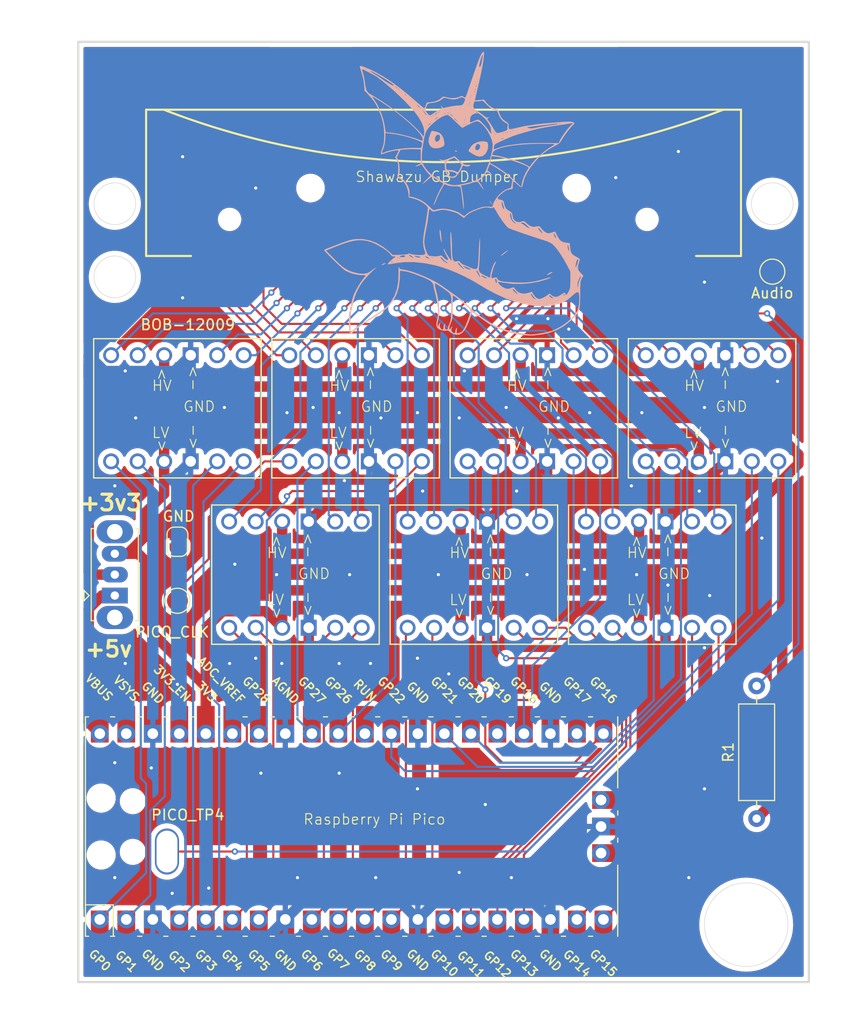
<source format=kicad_pcb>
(kicad_pcb (version 20240108) (generator "pcbnew") (generator_version "8.0")
  (layers (0 "F.Cu" signal) (31 "B.Cu" signal) (34 "B.Paste" user) (35 "F.Paste" user) (36 "B.SilkS" user "B.Silkscreen") (37 "F.SilkS" user "F.Silkscreen") (38 "B.Mask" user) (39 "F.Mask" user) (44 "Edge.Cuts" user))
  (net 0 "")
  (net 1 "D2")
  (net 2 "A9")
  (net 3 "A13")
  (net 4 "~{CS}")
  (net 5 "A3")
  (net 6 "Audio")
  (net 7 "A2")
  (net 8 "A0")
  (net 9 "D5")
  (net 10 "A1")
  (net 11 "A15")
  (net 12 "~{RD}")
  (net 13 "A14")
  (net 14 "D1")
  (net 15 "A6")
  (net 16 "A12")
  (net 17 "A8")
  (net 18 "A4")
  (net 19 "A5")
  (net 20 "A11")
  (net 21 "D7")
  (net 22 "D3")
  (net 23 "D0")
  (net 24 "D4")
  (net 25 "CLK")
  (net 26 "D6")
  (net 27 "PWR")
  (net 28 "~{RST}")
  (net 29 "A10")
  (net 30 "A7")
  (net 31 "GND")
  (net 32 "~{WR}")
  (net 33 "pico_~{CS}")
  (net 34 "+5V")
  (net 35 "+3.3V")
  (net 36 "pico_D7")
  (net 37 "pico_A3")
  (net 38 "pico_A0")
  (net 39 "pico_A2")
  (net 40 "pico_A1")
  (net 41 "pico_~{WR}")
  (net 42 "pico_CLK")
  (net 43 "pico_~{RD}")
  (net 44 "pico_D0")
  (net 45 "pico_D3")
  (net 46 "pico_D2")
  (net 47 "pico_D1")
  (net 48 "pico_D5")
  (net 49 "pico_D6")
  (net 50 "pico_D4")
  (net 51 "pico_A7")
  (net 52 "pico_A6")
  (net 53 "pico_A4")
  (net 54 "pico_A5")
  (net 55 "pico_A9")
  (net 56 "pico_A11")
  (net 57 "pico_A8")
  (net 58 "pico_A10")
  (net 59 "pico_A13")
  (net 60 "pico_A14")
  (net 61 "pico_A15")
  (net 62 "pico_A12")
  (footprint "GB_CART_4holes:GB_CART_4holes" (layer "F.Cu") (at 140 46)
    (property "Reference" "J1" (hide yes))
    (property "Value" "GB_CART" (hide yes))
  )
  (footprint "BOB-12009:CONV_BOB-12009" (layer "F.Cu") (at 114.5 59.58 90)
    (property "Reference" "U1" (hide yes))
    (property "Value" "BOB-12009")
  )
  (footprint "Jumper:SolderJumper-2_P1.3mm_Open_RoundedPad1.0x1.5mm" (layer "F.Cu") (at 114.5 72.35 -90)
    (property "Reference" "JP1" (hide yes))
    (property "Value" "GND_JMP" (hide yes))
  )
  (footprint "BOB-12009:CONV_BOB-12009" (layer "F.Cu") (at 165.73 59.58 90)
    (property "Reference" "U4" (hide yes))
    (property "Value" "BOB-12009" (hide yes))
  )
  (footprint "TestPoint:TestPoint_Plated_Hole_D4.0mm" (layer "F.Cu") (at 113.5 102)
    (property "Reference" "PICO_TP4")
    (property "Value" "PICO_GPIO23" (hide yes))
  )
  (footprint "BOB-12009:CONV_BOB-12009" (layer "F.Cu") (at 148.653332 59.58 90)
    (property "Reference" "U3" (hide yes))
    (property "Value" "BOB-12009" (hide yes))
  )
  (footprint "BOB-12009:CONV_BOB-12009" (layer "F.Cu") (at 131.576666 59.58 90)
    (property "Reference" "U2" (hide yes))
    (property "Value" "BOB-12009" (hide yes))
  )
  (footprint "TestPoint:TestPoint_Pad_D2.0mm" (layer "F.Cu") (at 114.5 78)
    (property "Reference" "TP2" (hide yes))
    (property "Value" "PICO_CLK")
  )
  (footprint "BOB-12009:CONV_BOB-12009" (layer "F.Cu") (at 142.905 75.5 90)
    (property "Reference" "U6" (hide yes))
    (property "Value" "BOB-12009" (hide yes))
  )
  (footprint "MCU_RaspberryPi_and_Boards:RPi_Pico_SMD_TH" (layer "F.Cu") (at 131.19 99.61 90)
    (property "Reference" "U8" (hide yes))
    (property "Value" "Pico")
  )
  (footprint "Resistor_THT:R_Axial_DIN0309_L9.0mm_D3.2mm_P12.70mm_Horizontal" (layer "F.Cu") (at 170 98.85 90)
    (property "Reference" "R1")
    (property "Value" "10K Ω")
  )
  (footprint "Button_Switch_THT:SW_Slide_SPDT_Straight_CK_OS102011MS2Q" (layer "F.Cu") (at 108.5 77.5 90)
    (property "Reference" "SW1" (hide yes))
    (property "Value" "VSEL" (hide yes))
  )
  (footprint "TestPoint:TestPoint_Pad_D2.0mm" (layer "F.Cu") (at 171.5 46.5)
    (property "Reference" "TP3" (hide yes))
    (property "Value" "Audio")
  )
  (footprint "BOB-12009:CONV_BOB-12009" (layer "F.Cu") (at 160 75.5 90)
    (property "Reference" "U7" (hide yes))
    (property "Value" "BOB-12009" (hide yes))
  )
  (footprint "BOB-12009:CONV_BOB-12009" (layer "F.Cu") (at 125.81 75.5 90)
    (property "Reference" "U5" (hide yes))
    (property "Value" "BOB-12009" (hide yes))
  )
  (footprint "LOGO" (layer "B.Cu") (at 141 39 180)
    (property "Reference" "G***" (hide yes))
    (property "Value" "LOGO" (hide yes))
  )
  (gr_circle (center 108.5 40) (end 110.5 40) (stroke (width 0.05)) (fill none) (layer "Edge.Cuts"))
  (gr_line (start 105 114.5) (end 175 114.5) (stroke (width 0.2)) (layer "Edge.Cuts"))
  (gr_line (start 175 24.5) (end 175 114.5) (stroke (width 0.2)) (layer "Edge.Cuts"))
  (gr_circle (center 169 109) (end 173 109) (stroke (width 0.05)) (fill none) (layer "Edge.Cuts"))
  (gr_circle (center 171.5 40) (end 173.5 40) (stroke (width 0.05)) (fill none) (layer "Edge.Cuts"))
  (gr_line (start 105 24.5) (end 105 114.5) (stroke (width 0.2)) (layer "Edge.Cuts"))
  (gr_circle (center 108.5 47) (end 110.5 47) (stroke (width 0.05)) (fill none) (layer "Edge.Cuts"))
  (gr_line (start 105 24.5) (end 175 24.5) (stroke (width 0.2)) (layer "Edge.Cuts"))
  (gr_text "Raspberry Pi Pico" (at 126.5 99.5 0) (layer "F.SilkS") (effects (font (size 1 1) (thickness 0.1)) (justify left bottom)))
  (gr_text "LV" (at 140.5 78.5 0) (layer "F.SilkS") (effects (font (size 1 1) (thickness 0.1)) (justify left bottom)))
  (gr_text ">" (at 141 78.5 270) (layer "F.SilkS") (effects (font (size 1 1) (thickness 0.1)) (justify left bottom)))
  (gr_text ">" (at 124.5 73 90) (layer "F.SilkS") (effects (font (size 1 1) (thickness 0.1)) (justify left bottom)))
  (gr_text "LV" (at 112 62.5 0) (layer "F.SilkS") (effects (font (size 1 1) (thickness 0.1)) (justify left bottom)))
  (gr_text "->" (at 116.5 58 90) (layer "F.SilkS") (effects (font (size 1 1) (thickness 0.1)) (justify left bottom)))
  (gr_text "->" (at 132.5 61 -90) (layer "F.SilkS") (effects (font (size 1 1) (thickness 0.1)) (justify left bottom)))
  (gr_text "HV" (at 146 58 0) (layer "F.SilkS") (effects (font (size 1 1) (thickness 0.1)) (justify left bottom)))
  (gr_text ">" (at 123.5 78.5 270) (layer "F.SilkS") (effects (font (size 1 1) (thickness 0.1)) (justify left bottom)))
  (gr_text ">" (at 158 78.5 270) (layer "F.SilkS") (effects (font (size 1 1) (thickness 0.1)) (justify left bottom)))
  (gr_text "GND" (at 160.5 76 0) (layer "F.SilkS") (effects (font (size 1 1) (thickness 0.1)) (justify left bottom)))
  (gr_text ">" (at 159 73 90) (layer "F.SilkS") (effects (font (size 1 1) (thickness 0.1)) (justify left bottom)))
  (gr_text "->" (at 127.5 74 90) (layer "F.SilkS") (effects (font (size 1 1) (thickness 0.1)) (justify left bottom)))
  (gr_text ">" (at 130.5 57 90) (layer "F.SilkS") (effects (font (size 1 1) (thickness 0.1)) (justify left bottom)))
  (gr_text "HV" (at 129 58 0) (layer "F.SilkS") (effects (font (size 1 1) (thickness 0.1)) (justify left bottom)))
  (gr_text "Shawazu GB Dumper" (at 131.5 38 0) (layer "F.SilkS") (effects (font (size 1 1) (thickness 0.1)) (justify left bottom)))
  (gr_text ">" (at 112.5 62.5 270) (layer "F.SilkS") (effects (font (size 1 1) (thickness 0.1)) (justify left bottom)))
  (gr_text "LV" (at 163 62.5 0) (layer "F.SilkS") (effects (font (size 1 1) (thickness 0.1)) (justify left bottom)))
  (gr_text "->" (at 166.5 61 -90) (layer "F.SilkS") (effects (font (size 1 1) (thickness 0.1)) (justify left bottom)))
  (gr_text ">" (at 129.5 62.5 270) (layer "F.SilkS") (effects (font (size 1 1) (thickness 0.1)) (justify left bottom)))
  (gr_text ">" (at 113.5 57 90) (layer "F.SilkS") (effects (font (size 1 1) (thickness 0.1)) (justify left bottom)))
  (gr_text "LV" (at 123 78.5 0) (layer "F.SilkS") (effects (font (size 1 1) (thickness 0.1)) (justify left bottom)))
  (gr_text "->" (at 126.5 77 -90) (layer "F.SilkS") (effects (font (size 1 1) (thickness 0.1)) (justify left bottom)))
  (gr_text "->" (at 149.5 61 -90) (layer "F.SilkS") (effects (font (size 1 1) (thickness 0.1)) (justify left bottom)))
  (gr_text "HV" (at 112 58 0) (layer "F.SilkS") (effects (font (size 1 1) (thickness 0.1)) (justify left bottom)))
  (gr_text "GND" (at 149 60 0) (layer "F.SilkS") (effects (font (size 1 1) (thickness 0.1)) (justify left bottom)))
  (gr_text "->" (at 133.5 58 90) (layer "F.SilkS") (effects (font (size 1 1) (thickness 0.1)) (justify left bottom)))
  (gr_text ">" (at 147.5 57 90) (layer "F.SilkS") (effects (font (size 1 1) (thickness 0.1)) (justify left bottom)))
  (gr_text "GND" (at 166 60 0) (layer "F.SilkS") (effects (font (size 1 1) (thickness 0.1)) (justify left bottom)))
  (gr_text ">" (at 142 73 90) (layer "F.SilkS") (effects (font (size 1 1) (thickness 0.1)) (justify left bottom)))
  (gr_text "LV" (at 146 62.5 0) (layer "F.SilkS") (effects (font (size 1 1) (thickness 0.1)) (justify left bottom)))
  (gr_text "HV" (at 163 58 0) (layer "F.SilkS") (effects (font (size 1 1) (thickness 0.1)) (justify left bottom)))
  (gr_text "+3v3" (at 105 69.5 0) (layer "F.SilkS") (effects (font (size 1.5 1.5) (thickness 0.3) (bold yes)) (justify left bottom)))
  (gr_text "GND" (at 143.5 76 0) (layer "F.SilkS") (effects (font (size 1 1) (thickness 0.1)) (justify left bottom)))
  (gr_text "->" (at 161 77 -90) (layer "F.SilkS") (effects (font (size 1 1) (thickness 0.1)) (justify left bottom)))
  (gr_text ">" (at 163.5 62.5 270) (layer "F.SilkS") (effects (font (size 1 1) (thickness 0.1)) (justify left bottom)))
  (gr_text "HV" (at 140.5 74 0) (layer "F.SilkS") (effects (font (size 1 1) (thickness 0.1)) (justify left bottom)))
  (gr_text "LV" (at 157.5 78.5 0) (layer "F.SilkS") (effects (font (size 1 1) (thickness 0.1)) (justify left bottom)))
  (gr_text "->" (at 150.5 58 90) (layer "F.SilkS") (effects (font (size 1 1) (thickness 0.1)) (justify left bottom)))
  (gr_text "HV" (at 123 74 0) (layer "F.SilkS") (effects (font (size 1 1) (thickness 0.1)) (justify left bottom)))
  (gr_text "LV" (at 129 62.5 0) (layer "F.SilkS") (effects (font (size 1 1) (thickness 0.1)) (justify left bottom)))
  (gr_text "GND" (at 115 60 0) (layer "F.SilkS") (effects (font (size 1 1) (thickness 0.1)) (justify left bottom)))
  (gr_text "HV" (at 157.5 74 0) (layer "F.SilkS") (effects (font (size 1 1) (thickness 0.1)) (justify left bottom)))
  (gr_text "->" (at 144 77 -90) (layer "F.SilkS") (effects (font (size 1 1) (thickness 0.1)) (justify left bottom)))
  (gr_text ">" (at 164.5 57 90) (layer "F.SilkS") (effects (font (size 1 1) (thickness 0.1)) (justify left bottom)))
  (gr_text "->" (at 115.5 61 -90) (layer "F.SilkS") (effects (font (size 1 1) (thickness 0.1)) (justify left bottom)))
  (gr_text "->" (at 167.5 58 90) (layer "F.SilkS") (effects (font (size 1 1) (thickness 0.1)) (justify left bottom)))
  (gr_text "GND" (at 113 70.5 0) (layer "F.SilkS") (effects (font (size 1 1)) (justify left bottom)))
  (gr_text "->" (at 162 74 90) (layer "F.SilkS") (effects (font (size 1 1) (thickness 0.1)) (justify left bottom)))
  (gr_text ">" (at 146.5 62.5 270) (layer "F.SilkS") (effects (font (size 1 1) (thickness 0.1)) (justify left bottom)))
  (gr_text "->" (at 145 74 90) (layer "F.SilkS") (effects (font (size 1 1) (thickness 0.1)) (justify left bottom)))
  (gr_text "GND" (at 126 76 0) (layer "F.SilkS") (effects (font (size 1 1) (thickness 0.1)) (justify left bottom)))
  (gr_text "GND" (at 132 60 0) (layer "F.SilkS") (effects (font (size 1 1) (thickness 0.1)) (justify left bottom)))
  (gr_text "+5v" (at 105.5 83.5 0) (layer "F.SilkS") (effects (font (size 1.5 1.5) (thickness 0.3) (bold yes)) (justify left bottom)))
  (segment (start 151.25 46) (end 151.25 53.286668) (width 0.2) (layer "F.Cu") (net 1))
  (segment (start 151.25 53.286668) (end 152.463332 54.5) (width 0.2) (layer "F.Cu") (net 1))
  (segment (start 137.75 46) (end 137.75 49.25) (width 0.2) (layer "F.Cu") (net 2))
  (segment (start 137.75 49.25) (end 137 50) (width 0.2) (layer "F.Cu") (net 2))
  (via (at 137 50) (size 0.6) (drill 0.3) (layers "F.Cu" "B.Cu") (net 2))
  (segment (start 137 50) (end 139.095 52.095) (width 0.2) (layer "B.Cu") (net 2))
  (segment (start 139.095 52.095) (end 139.095 70.42) (width 0.2) (layer "B.Cu") (net 2))
  (segment (start 143.75 46) (end 143.75 49.25) (width 0.2) (layer "F.Cu") (net 3))
  (segment (start 143.75 49.25) (end 143 50) (width 0.2) (layer "F.Cu") (net 3))
  (via (at 143 50) (size 0.6) (drill 0.3) (layers "F.Cu" "B.Cu") (net 3))
  (segment (start 156.19 64.344773) (end 156.19 70.42) (width 0.2) (layer "B.Cu") (net 3))
  (segment (start 146.388 53.388) (end 148.249332 53.388) (width 0.2) (layer "B.Cu") (net 3))
  (segment (start 143 50) (end 146.388 53.388) (width 0.2) (layer "B.Cu") (net 3))
  (segment (start 148.861332 54) (end 148.861332 57.016105) (width 0.2) (layer "B.Cu") (net 3))
  (segment (start 148.249332 53.388) (end 148.861332 54) (width 0.2) (layer "B.Cu") (net 3))
  (segment (start 148.861332 57.016105) (end 156.19 64.344773) (width 0.2) (layer "B.Cu") (net 3))
  (segment (start 122.75 49.75) (end 124.5 51.5) (width 0.2) (layer "F.Cu") (net 4))
  (segment (start 134.926666 51.5) (end 137.926666 54.5) (width 0.2) (layer "F.Cu") (net 4))
  (segment (start 124.5 51.5) (end 134.926666 51.5) (width 0.2) (layer "F.Cu") (net 4))
  (segment (start 122.75 46) (end 122.75 49.75) (width 0.2) (layer "F.Cu") (net 4))
  (segment (start 128.75 47.75) (end 126 50.5) (width 0.2) (layer "F.Cu") (net 5))
  (segment (start 129.25 46.1992) (end 129.25 47.25) (width 0.2) (layer "F.Cu") (net 5))
  (segment (start 129.25 47.25) (end 129 47.5) (width 0.2) (layer "F.Cu") (net 5))
  (segment (start 128.75 46) (end 128.75 47.75) (width 0.2) (layer "F.Cu") (net 5))
  (segment (start 129.25 46.1992) (end 129.25 45.75) (width 0.2) (layer "F.Cu") (net 5))
  (via (at 126 50.5) (size 0.6) (drill 0.3) (layers "F.Cu" "B.Cu") (net 5))
  (segment (start 122 54.5) (end 120.85 54.5) (width 0.2) (layer "B.Cu") (net 5))
  (segment (start 126 50.5) (end 122 54.5) (width 0.2) (layer "B.Cu") (net 5))
  (segment (start 162.3008 49) (end 161.75 48.4492) (width 0.2) (layer "F.Cu") (net 6))
  (segment (start 162.25 45.4492) (end 162.25 46.25) (width 0.2) (layer "F.Cu") (net 6))
  (segment (start 162.3008 49) (end 169 49) (width 0.2) (layer "F.Cu") (net 6))
  (segment (start 161.75 48.4492) (end 161.75 46) (width 0.2) (layer "F.Cu") (net 6))
  (segment (start 169 49) (end 171.5 46.5) (width 0.2) (layer "F.Cu") (net 6))
  (segment (start 127.75 47.6) (end 127.75 46.1992) (width 0.2) (layer "F.Cu") (net 7))
  (segment (start 127.25 46) (end 127.25 47.75) (width 0.2) (layer "F.Cu") (net 7))
  (segment (start 127.25 47.75) (end 125 50) (width 0.2) (layer "F.Cu") (net 7))
  (via (at 125 50) (size 0.6) (drill 0.3) (layers "F.Cu" "B.Cu") (net 7))
  (segment (start 120.31 52.5) (end 118.31 54.5) (width 0.2) (layer "B.Cu") (net 7))
  (segment (start 122.5 52.5) (end 120.31 52.5) (width 0.2) (layer "B.Cu") (net 7))
  (segment (start 125 50) (end 122.5 52.5) (width 0.2) (layer "B.Cu") (net 7))
  (segment (start 124.25 46) (end 124.25 47.75) (width 0.2) (layer "F.Cu") (net 8))
  (segment (start 124.25 47.75) (end 123.5 48.5) (width 0.2) (layer "F.Cu") (net 8))
  (via (at 123.5 48.5) (size 0.6) (drill 0.3) (layers "F.Cu" "B.Cu") (net 8))
  (segment (start 123 49) (end 121.5 50.5) (width 0.2) (layer "B.Cu") (net 8))
  (segment (start 123 49) (end 123.5 48.5) (width 0.2) (layer "B.Cu") (net 8))
  (segment (start 112.15 50.5) (end 108.15 54.5) (width 0.2) (layer "B.Cu") (net 8))
  (segment (start 121.5 50.5) (end 112.15 50.5) (width 0.2) (layer "B.Cu") (net 8))
  (segment (start 155.75 48.33) (end 155.75 46) (width 0.2) (layer "F.Cu") (net 9))
  (segment (start 161.8008 54.5) (end 161.92 54.5) (width 0.2) (layer "F.Cu") (net 9))
  (segment (start 161.92 54.5) (end 155.75 48.33) (width 0.2) (layer "F.Cu") (net 9))
  (segment (start 156.25 46.1992) (end 156.25 47.4492) (width 0.2) (layer "F.Cu") (net 9))
  (segment (start 125.75 46) (end 125.75 47.75) (width 0.2) (layer "F.Cu") (net 10))
  (segment (start 125.75 47.75) (end 124 49.5) (width 0.2) (layer "F.Cu") (net 10))
  (segment (start 126.25 46.1992) (end 126.25 47.4492) (width 0.2) (layer "F.Cu") (net 10))
  (via (at 124 49.5) (size 0.6) (drill 0.3) (layers "F.Cu" "B.Cu") (net 10))
  (segment (start 113.69 51.5) (end 110.69 54.5) (width 0.2) (layer "B.Cu") (net 10))
  (segment (start 122 51.5) (end 113.69 51.5) (width 0.2) (layer "B.Cu") (net 10))
  (segment (start 124 49.5) (end 122 51.5) (width 0.2) (layer "B.Cu") (net 10))
  (segment (start 146.75 46) (end 146.75 49.25) (width 0.2) (layer "F.Cu") (net 11))
  (segment (start 146.75 49.25) (end 146 50) (width 0.2) (layer "F.Cu") (net 11))
  (via (at 146 50) (size 0.6) (drill 0.3) (layers "F.Cu" "B.Cu") (net 11))
  (segment (start 152.005227 50) (end 165.938 63.932773) (width 0.2) (layer "B.Cu") (net 11))
  (segment (start 165.938 63.932773) (end 165.938 70.008) (width 0.2) (layer "B.Cu") (net 11))
  (segment (start 165.938 70.008) (end 166.35 70.42) (width 0.2) (layer "B.Cu") (net 11))
  (segment (start 146 50) (end 152.005227 50) (width 0.2) (layer "B.Cu") (net 11))
  (segment (start 121.25 46) (end 121.25 49.383514) (width 0.2) (layer "F.Cu") (net 12))
  (segment (start 133.203423 52.316757) (end 124.183243 52.316757) (width 0.2) (layer "F.Cu") (net 12))
  (segment (start 121.25 49.383514) (end 124.183243 52.316757) (width 0.2) (layer "F.Cu") (net 12))
  (segment (start 135.386666 54.5) (end 133.203423 52.316757) (width 0.2) (layer "F.Cu") (net 12))
  (segment (start 145.25 49.25) (end 144.5 50) (width 0.2) (layer "F.Cu") (net 13))
  (segment (start 145.25 46) (end 145.25 49.25) (width 0.2) (layer "F.Cu") (net 13))
  (via (at 144.5 50) (size 0.6) (drill 0.3) (layers "F.Cu" "B.Cu") (net 13))
  (segment (start 151.401332 55.179437) (end 159.819895 63.598) (width 0.2) (layer "B.Cu") (net 13))
  (segment (start 144.5 50) (end 146.651471 52.151471) (width 0.2) (layer "B.Cu") (net 13))
  (segment (start 159.819895 63.598) (end 162.446 63.598) (width 0.2) (layer "B.Cu") (net 13))
  (segment (start 146.651471 52.151471) (end 149.698803 52.151471) (width 0.2) (layer "B.Cu") (net 13))
  (segment (start 162.446 63.598) (end 163.348 64.5) (width 0.2) (layer "B.Cu") (net 13))
  (segment (start 163.348 64.5) (end 163.348 69.958) (width 0.2) (layer "B.Cu") (net 13))
  (segment (start 149.698803 52.151471) (end 151.401332 53.854) (width 0.2) (layer "B.Cu") (net 13))
  (segment (start 151.401332 53.854) (end 151.401332 55.179437) (width 0.2) (layer "B.Cu") (net 13))
  (segment (start 163.348 69.958) (end 163.81 70.42) (width 0.2) (layer "B.Cu") (net 13))
  (segment (start 149.75 49.593332) (end 144.843332 54.5) (width 0.2) (layer "F.Cu") (net 14))
  (segment (start 149.75 46) (end 149.75 49.593332) (width 0.2) (layer "F.Cu") (net 14))
  (segment (start 133.25 46) (end 133.25 48.75) (width 0.2) (layer "F.Cu") (net 15))
  (segment (start 133.25 48.75) (end 132 50) (width 0.2) (layer "F.Cu") (net 15))
  (via (at 132 50) (size 0.6) (drill 0.3) (layers "F.Cu" "B.Cu") (net 15))
  (segment (start 129.62 70.42) (end 129 69.8) (width 0.2) (layer "B.Cu") (net 15))
  (segment (start 129 69.8) (end 129 53) (width 0.2) (layer "B.Cu") (net 15))
  (segment (start 129 53) (end 132 50) (width 0.2) (layer "B.Cu") (net 15))
  (segment (start 142.25 49.25) (end 141.5 50) (width 0.2) (layer "F.Cu") (net 16))
  (segment (start 142.25 46) (end 142.25 49.25) (width 0.2) (layer "F.Cu") (net 16))
  (via (at 141.5 50) (size 0.6) (drill 0.3) (layers "F.Cu" "B.Cu") (net 16))
  (segment (start 141.5 50) (end 142 50) (width 0.2) (layer "B.Cu") (net 16))
  (segment (start 146.271332 54.271332) (end 146.271332 56.966105) (width 0.2) (layer "B.Cu") (net 16))
  (segment (start 153.65 64.344773) (end 153.65 70.42) (width 0.2) (layer "B.Cu") (net 16))
  (segment (start 142 50) (end 146.271332 54.271332) (width 0.2) (layer "B.Cu") (net 16))
  (segment (start 146.271332 56.966105) (end 153.65 64.344773) (width 0.2) (layer "B.Cu") (net 16))
  (segment (start 136.25 46) (end 136.25 49.25) (width 0.2) (layer "F.Cu") (net 17))
  (segment (start 136.25 49.25) (end 135.5 50) (width 0.2) (layer "F.Cu") (net 17))
  (via (at 135.5 50) (size 0.6) (drill 0.3) (layers "F.Cu" "B.Cu") (net 17))
  (segment (start 135.5 50) (end 136.555 51.055) (width 0.2) (layer "B.Cu") (net 17))
  (segment (start 136.555 51.055) (end 136.555 70.42) (width 0.2) (layer "B.Cu") (net 17))
  (segment (start 130.25 46) (end 130.25 47.75) (width 0.2) (layer "F.Cu") (net 18))
  (segment (start 130.25 47.75) (end 128 50) (width 0.2) (layer "F.Cu") (net 18))
  (via (at 128 50) (size 0.6) (drill 0.3) (layers "F.Cu" "B.Cu") (net 18))
  (segment (start 122.5 67.38) (end 122.5 55.5) (width 0.2) (layer "B.Cu") (net 18))
  (segment (start 119.46 70.42) (end 122.5 67.38) (width 0.2) (layer "B.Cu") (net 18))
  (segment (start 122.5 55.5) (end 128 50) (width 0.2) (layer "B.Cu") (net 18))
  (segment (start 131.75 48.75) (end 130.5 50) (width 0.2) (layer "F.Cu") (net 19))
  (segment (start 131.75 46) (end 131.75 48.75) (width 0.2) (layer "F.Cu") (net 19))
  (via (at 130.5 50) (size 0.6) (drill 0.3) (layers "F.Cu" "B.Cu") (net 19))
  (segment (start 122 70.42) (end 123.5 68.92) (width 0.2) (layer "B.Cu") (net 19))
  (segment (start 126.288666 54.211334) (end 130.5 50) (width 0.2) (layer "B.Cu") (net 19))
  (segment (start 123.5 68.92) (end 123.5 64.5) (width 0.2) (layer "B.Cu") (net 19))
  (segment (start 123.5 64.5) (end 126.288666 61.711334) (width 0.2) (layer "B.Cu") (net 19))
  (segment (start 126.288666 61.711334) (end 126.288666 54.211334) (width 0.2) (layer "B.Cu") (net 19))
  (segment (start 140.75 46) (end 140.75 49.25) (width 0.2) (layer "F.Cu") (net 20))
  (segment (start 140.75 49.25) (end 140 50) (width 0.2) (layer "F.Cu") (net 20))
  (via (at 140 50) (size 0.6) (drill 0.3) (layers "F.Cu" "B.Cu") (net 20))
  (segment (start 143.365332 53.365332) (end 143.365332 59.069394) (width 0.2) (layer "B.Cu") (net 20))
  (segment (start 148.861332 64.565394) (end 148.861332 70.026332) (width 0.2) (layer "B.Cu") (net 20))
  (segment (start 140 50) (end 143.365332 53.365332) (width 0.2) (layer "B.Cu") (net 20))
  (segment (start 143.365332 59.069394) (end 148.861332 64.565394) (width 0.2) (layer "B.Cu") (net 20))
  (segment (start 148.861332 70.026332) (end 149.255 70.42) (width 0.2) (layer "B.Cu") (net 20))
  (segment (start 161.8008 51.5) (end 158.75 48.4492) (width 0.2) (layer "F.Cu") (net 21))
  (segment (start 161.8008 51.5) (end 169.08 51.5) (width 0.2) (layer "F.Cu") (net 21))
  (segment (start 169.08 51.5) (end 172.08 54.5) (width 0.2) (layer "F.Cu") (net 21))
  (segment (start 159.25 46.1992) (end 159.25 47.75) (width 0.2) (layer "F.Cu") (net 21))
  (segment (start 159.25 46.1992) (end 159.25 47.4492) (width 0.2) (layer "F.Cu") (net 21))
  (segment (start 158.75 48.4492) (end 158.75 46) (width 0.2) (layer "F.Cu") (net 21))
  (segment (start 152.75 46) (end 152.75 52.246668) (width 0.2) (layer "F.Cu") (net 22))
  (segment (start 152.75 52.246668) (end 154.001666 53.498334) (width 0.2) (layer "F.Cu") (net 22))
  (segment (start 154.001666 53.498334) (end 155.003332 54.5) (width 0.2) (layer "F.Cu") (net 22))
  (segment (start 148.25 48.75) (end 142.5 54.5) (width 0.2) (layer "F.Cu") (net 23))
  (segment (start 142.5 54.5) (end 142.303332 54.5) (width 0.2) (layer "F.Cu") (net 23))
  (segment (start 148.25 46) (end 148.25 48.75) (width 0.2) (layer "F.Cu") (net 23))
  (segment (start 154.25 49.37) (end 154.94 50.06) (width 0.2) (layer "F.Cu") (net 24))
  (segment (start 154.75 46.1992) (end 154.75 47.4492) (width 0.2) (layer "F.Cu") (net 24))
  (segment (start 154.94 50.06) (end 159.38 54.5) (width 0.2) (layer "F.Cu") (net 24))
  (segment (start 154.25 46) (end 154.25 49.37) (width 0.2) (layer "F.Cu") (net 24))
  (segment (start 124 54.5) (end 125.226666 54.5) (width 0.2) (layer "F.Cu") (net 25))
  (segment (start 118.25 46) (end 118.25 48.75) (width 0.2) (layer "F.Cu") (net 25))
  (segment (start 118.25 48.75) (end 124 54.5) (width 0.2) (layer "F.Cu") (net 25))
  (segment (start 167.54 52.5) (end 169.54 54.5) (width 0.2) (layer "F.Cu") (net 26))
  (segment (start 161.3008 52.5) (end 157.25 48.4492) (width 0.2) (layer "F.Cu") (net 26))
  (segment (start 157.25 48.4492) (end 157.25 46) (width 0.2) (layer "F.Cu") (net 26))
  (segment (start 161.3008 52.5) (end 167.54 52.5) (width 0.2) (layer "F.Cu") (net 26))
  (segment (start 157.75 46.1992) (end 157.75 47.4492) (width 0.2) (layer "F.Cu") (net 26))
  (segment (start 130 57.5) (end 113 57.5) (width 1) (layer "F.Cu") (net 27))
  (segment (start 113 57.5) (end 107 57.5) (width 1) (layer "F.Cu") (net 27))
  (segment (start 170 98.85) (end 169.85 98.85) (width 1) (layer "F.Cu") (net 27))
  (segment (start 174 64.908291) (end 172.454145 66.454145) (width 1) (layer "F.Cu") (net 27))
  (segment (start 164.46 57.46) (end 164.5 57.5) (width 1) (layer "F.Cu") (net 27))
  (segment (start 113.23 57.27) (end 113 57.5) (width 1) (layer "F.Cu") (net 27))
  (segment (start 114.312509 46.1992) (end 116.5508 46.1992) (width 1) (layer "F.Cu") (net 27))
  (segment (start 168.25 58.25) (end 174 64) (width 1) (layer "F.Cu") (net 27))
  (segment (start 130.306666 57.193334) (end 130 57.5) (width 1) (layer "F.Cu") (net 27))
  (segment (start 107 57.5) (end 106 56.5) (width 1) (layer "F.Cu") (net 27))
  (segment (start 106 55.5) (end 106 54.511709) (width 1) (layer "F.Cu") (net 27))
  (segment (start 141.635 70.42) (end 141.635 73.365) (width 1) (layer "F.Cu") (net 27))
  (segment (start 106 75.25) (end 106.25 75.5) (width 1) (layer "F.Cu") (net 27))
  (segment (start 106 54.511709) (end 114.312509 46.1992) (width 1) (layer "F.Cu") (net 27))
  (segment (start 106.25 75.5) (end 108.5 75.5) (width 1) (layer "F.Cu") (net 27))
  (segment (start 141.5 73.5) (end 159 73.5) (width 1) (layer "F.Cu") (net 27))
  (segment (start 174 64) (end 174 64.908291) (width 1) (layer "F.Cu") (net 27))
  (segment (start 124.54 70.42) (end 124.54 73.04) (width 1) (layer "F.Cu") (net 27))
  (segment (start 147.383332 57.116668) (end 147 57.5) (width 1) (layer "F.Cu") (net 27))
  (segment (start 172.454145 66.454145) (end 167.454145 71.454145) (width 1) (layer "F.Cu") (net 27))
  (segment (start 167.454145 71.454145) (end 166.908291 72) (width 1) (layer "F.Cu") (net 27))
  (segment (start 170 98.85) (end 172.454145 96.395855) (width 1) (layer "F.Cu") (net 27))
  (segment (start 158.73 70.42) (end 158.73 73.23) (width 1) (layer "F.Cu") (net 27))
  (segment (start 125 73.5) (end 139.63263 73.5) (width 1) (layer "F.Cu") (net 27))
  (segment (start 147.383332 54.5) (end 147.383332 57.116668) (width 1) (layer "F.Cu") (net 27))
  (segment (start 165.40829 73.5) (end 167.454145 71.454145) (width 1) (layer "F.Cu") (net 27))
  (segment (start 106 55.5) (end 106 75.25) (width 1) (layer "F.Cu") (net 27))
  (segment (start 172.454145 96.395855) (end 172.454145 66.454145) (width 1) (layer "F.Cu") (net 27))
  (segment (start 139.63263 73.5) (end 141.5 73.5) (width 1) (layer "F.Cu") (net 27))
  (segment (start 130 57.5) (end 147 57.5) (width 1) (layer "F.Cu") (net 27))
  (segment (start 130.306666 54.5) (end 130.306666 57.193334) (width 1) (layer "F.Cu") (net 27))
  (segment (start 167.5 57.5) (end 168.25 58.25) (width 1) (layer "F.Cu") (net 27))
  (segment (start 106 56.5) (end 106 55.5) (width 1) (layer "F.Cu") (net 27))
  (segment (start 147 57.5) (end 164.5 57.5) (width 1) (layer "F.Cu") (net 27))
  (segment (start 164.5 57.5) (end 167.5 57.5) (width 1) (layer "F.Cu") (net 27))
  (segment (start 164.46 54.5) (end 164.46 57.46) (width 1) (layer "F.Cu") (net 27))
  (segment (start 116.5508 46.1992) (end 116.75 46) (width 1) (layer "F.Cu") (net 27))
  (segment (start 141.635 73.365) (end 141.5 73.5) (width 1) (layer "F.Cu") (net 27))
  (segment (start 113.23 54.5) (end 113.23 57.27) (width 1) (layer "F.Cu") (net 27))
  (segment (start 124.54 73.04) (end 125 73.5) (width 1) (layer "F.Cu") (net 27))
  (segment (start 159 73.5) (end 165.40829 73.5) (width 1) (layer "F.Cu") (net 27))
  (segment (start 158.73 73.23) (end 159 73.5) (width 1) (layer "F.Cu") (net 27))
  (segment (start 164.46 54.5) (end 164.46 54.901709) (width 1) (layer "B.Cu") (net 27))
  (segment (start 158.73 70.904) (end 158.73 70.42) (width 1) (layer "B.Cu") (net 27))
  (segment (start 160.75 46.1992) (end 160.75 47.4492) (width 0.2) (layer "F.Cu") (net 28))
  (segment (start 162.3008 50.5) (end 171 50.5) (width 0.2) (layer "F.Cu") (net 28))
  (segment (start 162.3008 50.5) (end 160.25 48.4492) (width 0.2) (layer "F.Cu") (net 28))
  (segment (start 160.25 48.4492) (end 160.25 46) (width 0.2) (layer "F.Cu") (net 28))
  (via (at 171 50.5) (size 0.6) (drill 0.3) (layers "F.Cu" "B.Cu") (net 28))
  (segment (start 171 50.5) (end 174 53.5) (width 0.2) (layer "B.Cu") (net 28))
  (segment (start 174 82.15) (end 170 86.15) (width 0.2) (layer "B.Cu") (net 28))
  (segment (start 174 53.5) (end 174 82.15) (width 0.2) (layer "B.Cu") (net 28))
  (segment (start 139.25 49.25) (end 138.5 50) (width 0.2) (layer "F.Cu") (net 29))
  (segment (start 139.25 46) (end 139.25 49.25) (width 0.2) (layer "F.Cu") (net 29))
  (via (at 138.5 50) (size 0.6) (drill 0.3) (layers "F.Cu" "B.Cu") (net 29))
  (segment (start 141 52.5) (end 141 57.5) (width 0.2) (layer "B.Cu") (net 29))
  (segment (start 145.953001 62.453001) (end 145.953001 69.658001) (width 0.2) (layer "B.Cu") (net 29))
  (segment (start 141 57.5) (end 145.953001 62.453001) (width 0.2) (layer "B.Cu") (net 29))
  (segment (start 146.58 70.42) (end 146.5 70.5) (width 0.2) (layer "B.Cu") (net 29))
  (segment (start 146.715 70.42) (end 146.58 70.42) (width 0.2) (layer "B.Cu") (net 29))
  (segment (start 138.5 50) (end 141 52.5) (width 0.2) (layer "B.Cu") (net 29))
  (segment (start 145.953001 69.658001) (end 146.715 70.42) (width 0.2) (layer "B.Cu") (net 29))
  (segment (start 134.75 46) (end 134.75 48.75) (width 0.2) (layer "F.Cu") (net 30))
  (segment (start 134.75 48.75) (end 133.5 50) (width 0.2) (layer "F.Cu") (net 30))
  (via (at 133.5 50) (size 0.6) (drill 0.3) (layers "F.Cu" "B.Cu") (net 30))
  (segment (start 131.784666 51.715334) (end 131.784666 70.044666) (width 0.2) (layer "B.Cu") (net 30))
  (segment (start 131.784666 70.044666) (end 132.16 70.42) (width 0.2) (layer "B.Cu") (net 30))
  (segment (start 133.5 50) (end 131.784666 51.715334) (width 0.2) (layer "B.Cu") (net 30))
  (segment (start 164.5 67.16) (end 167 64.66) (width 1) (layer "F.Cu") (net 31))
  (segment (start 144.175 84.175) (end 144.175 80.58) (width 1) (layer "F.Cu") (net 31))
  (segment (start 147.083332 67.5) (end 149.923332 64.66) (width 1) (layer "F.Cu") (net 31))
  (segment (start 161.27 70.42) (end 161.27 70.39) (width 1) (layer "F.Cu") (net 31))
  (segment (start 144.175 70.408332) (end 147 67.583332) (width 1) (layer "F.Cu") (net 31))
  (segment (start 124.84 90.72) (end 124.84 88.16) (width 1) (layer "F.Cu") (net 31))
  (segment (start 145 85) (end 144.175 84.175) (width 1) (layer "F.Cu") (net 31))
  (segment (start 161.27 70.39) (end 164.16 67.5) (width 1) (layer "F.Cu") (net 31))
  (segment (start 149.923332 66.423332) (end 150.5 67) (width 1) (layer "F.Cu") (net 31))
  (segment (start 160 67) (end 161.27 68.27) (width 1) (layer "F.Cu") (net 31))
  (segment (start 150.5 67) (end 158 67) (width 1) (layer "F.Cu") (net 31))
  (segment (start 161.27 68.27) (end 161.27 70.42) (width 1) (layer "F.Cu") (net 31))
  (segment (start 164.5 67.5) (end 164.5 67.16) (width 1) (layer "F.Cu") (net 31))
  (segment (start 164.16 67.5) (end 164.5 67.5) (width 1) (layer "F.Cu") (net 31))
  (segment (start 147.414214 85) (end 145 85) (width 1) (layer "F.Cu") (net 31))
  (segment (start 144.175 70.42) (end 142.663 68.908) (width 1) (layer "F.Cu") (net 31))
  (segment (start 144.175 70.42) (end 144.175 70.408332) (width 1) (layer "F.Cu") (net 31))
  (segment (start 127.08 85.92) (end 127.08 80.58) (width 1) (layer "F.Cu") (net 31))
  (segment (start 150.24 87.825786) (end 147.414214 85) (width 1) (layer "F.Cu") (net 31))
  (segment (start 112.14 88.36) (end 114.5 86) (width 1) (layer "F.Cu") (net 31))
  (segment (start 128.592 68.908) (end 127.08 70.42) (width 1) (layer "F.Cu") (net 31))
  (segment (start 161.27 95.79) (end 157.45 99.61) (width 1) (layer "F.Cu") (net 31))
  (segment (start 124.84 88.16) (end 127.08 85.92) (width 1) (layer "F.Cu") (net 31))
  (segment (start 147 67.583332) (end 147 67.5) (width 1) (layer "F.Cu") (net 31))
  (segment (start 149.923332 64.66) (end 149.923332 66.423332) (width 1) (layer "F.Cu") (net 31))
  (segment (start 165 47.5) (end 163.25 45.75) (width 0.2) (layer "F.Cu") (net 31))
  (segment (start 142.663 68.908) (end 128.592 68.908) (width 1) (layer "F.Cu") (net 31))
  (segment (start 147 67.5) (end 147.083332 67.5) (width 1) (layer "F.Cu") (net 31))
  (segment (start 158 67) (end 160 67) (width 1) (layer "F.Cu") (net 31))
  (segment (start 112.14 90.72) (end 112.14 88.36) (width 1) (layer "F.Cu") (net 31))
  (segment (start 163.25 45.75) (end 163.25 45.25) (width 0.2) (layer "F.Cu") (net 31))
  (segment (start 115.77 70.43) (end 115.77 64.66) (width 0.2) (layer "F.Cu") (net 31))
  (segment (start 161.27 80.58) (end 161.27 95.79) (width 1) (layer "F.Cu") (net 31))
  (segment (start 114.5 71.7) (end 115.77 70.43) (width 0.2) (layer "F.Cu") (net 31))
  (segment (start 157.45 99.61) (end 155.09 99.61) (width 1) (layer "F.Cu") (net 31))
  (segment (start 150.24 90.72) (end 150.24 87.825786) (width 1) (layer "F.Cu") (net 31))
  (via (at 141.5 104) (size 0.6) (drill 0.3) (layers "F.Cu" "B.Cu") (net 31))
  (via (at 110.5 60.5) (size 0.6) (drill 0.3) (layers "F.Cu" "B.Cu") (net 31))
  (via (at 130 84) (size 0.6) (drill 0.3) (layers "F.Cu" "B.Cu") (net 31))
  (via (at 130 60) (size 0.6) (drill 0.3) (layers "F.Cu" "B.Cu") (net 31))
  (via (at 165 82.5) (size 0.6) (drill 0.3) (layers "F.Cu" "B.Cu") (net 31))
  (via (at 109.5 84) (size 0.6) (drill 0.3) (layers "F.Cu" "B.Cu") (net 31))
  (via (at 124 75.5) (size 0.6) (drill 0.3) (layers "F.Cu" "B.Cu") (net 31))
  (via (at 146 59.5) (size 0.6) (drill 0.3) (layers "F.Cu" "B.Cu") (net 31))
  (via (at 142 56) (size 0.6) (drill 0.3) (layers "F.Cu" "B.Cu") (net 31))
  (via (at 140.5 85) (size 0.6) (drill 0.3) (layers "F.Cu" "B.Cu") (net 31))
  (via (at 137.5 60) (size 0.6) (drill 0.3) (layers "F.Cu" "B.Cu") (net 31))
  (via (at 122 38.5) (size 0.6) (drill 0.3) (layers "F.Cu" "B.Cu") (net 31))
  (via (at 108.5 93.5) (size 0.6) (drill 0.3) (layers "F.Cu" "B.Cu") (net 31))
  (via (at 117.5 105.5) (size 0.6) (drill 0.3) (layers "F.Cu" "B.Cu") (net 31))
  (via (at 162.5 35) (size 0.6) (drill 0.3) (layers "F.Cu" "B.Cu") (net 31))
  (via (at 122 83.5) (size 0.6) (drill 0.3) (layers "F.Cu" "B.Cu") (net 31))
  (via (at 165 59.5) (size 0.6) (drill 0.3) (layers "F.Cu" "B.Cu") (net 31))
  (via (at 139.5 75.5) (size 0.6) (drill 0.3) (layers "F.Cu" "B.Cu") (net 31))
  (via (at 137.5 83.5) (size 0.6) (drill 0.3) (layers "F.Cu" "B.Cu") (net 31))
  (via (at 146.5 104.5) (size 0.6) (drill 0.3) (layers "F.Cu" "B.Cu") (net 31))
  (via (at 163.5 104.5) (size 0.6) (drill 0.3) (layers "F.Cu" "B.Cu") (net 31))
  (via (at 133 84) (size 0.6) (drill 0.3) (layers "F.Cu" "B.Cu") (net 31))
  (via (at 161.5 76.5) (size 0.6) (drill 0.3) (layers "F.Cu" "B.Cu") (net 31))
  (via (at 119.5 84) (size 0.6) (drill 0.3) (layers "F.Cu" "B.Cu") (net 31))
  (via (at 159 60) (size 0.6) (drill 0.3) (layers "F.Cu" "B.Cu") (net 31))
  (via (at 127.5 59.5) (size 0.6) (drill 0.3) (layers "F.Cu" "B.Cu") (net 31))
  (via (at 120 74.5) (size 0.6) (drill 0.3) (layers "F.Cu" "B.Cu") (net 31))
  (via (at 138 67.5) (size 0.6) (drill 0.3) (layers "F.Cu" "B.Cu") (net 31))
  (via (at 150 51) (size 0.6) (drill 0.3) (layers "F.Cu" "B.Cu") (net 31))
  (via (at 124.5 84) (size 0.6) (drill 0.3) (layers "F.Cu" "B.Cu") (net 31))
  (via (at 158.5 75.5) (size 0.6) (drill 0.3) (layers "F.Cu" "B.Cu") (net 31))
  (via (at 115 49) (size 0.6) (drill 0.3) (layers "F.Cu" "B.Cu") (net 31))
  (via (at 165 96) (size 0.6) (drill 0.3) (layers "F.Cu" "B.Cu") (net 31))
  (via (at 147 67.5) (size 0.6) (drill 0.3) (layers "F.Cu" "B.Cu") (net 31))
  (via (at 147 51) (size 0.6) (drill 0.3) (layers "F.Cu" "B.Cu") (net 31))
  (via (at 164.5 67.5) (size 0.6) (drill 0.3) (layers "F.Cu" "B.Cu") (net 31))
  (via (at 133.5 104.5) (size 0.6) (drill 0.3) (layers "F.Cu" "B.Cu") (net 31))
  (via (at 158 67) (size 0.6) (drill 0.3) (layers "F.Cu" "B.Cu") (net 31))
  (via (at 114 106) (size 0.6) (drill 0.3) (layers "F.Cu" "B.Cu") (net 31))
  (via (at 170.5 72) (size 0.6) (drill 0.3) (layers "F.Cu" "B.Cu") (net 31))
  (via (at 112 94) (size 0.6) (drill 0.3) (layers "F.Cu" "B.Cu") (net 31))
  (via (at 126 104.5) (size 0.6) (drill 0.3) (layers "F.Cu" "B.Cu") (net 31))
  (via (at 119 59.5) (size 0.6) (drill 0.3) (layers "F.Cu" "B.Cu") (net 31))
  (via (at 165 47.5) (size 0.6) (drill 0.3) (layers "F.Cu" "B.Cu") (net 31))
  (via (at 137.5 96) (size 0.6) (drill 0.3) (layers "F.Cu" "B.Cu") (net 31))
  (via (at 172 57) (size 0.6) (drill 0.3) (layers "F.Cu" "B.Cu") (net 31))
  (via (at 148 75.5) (size 0.6) (drill 0.3) (layers "F.Cu" "B.Cu") (net 31))
  (via (at 122.5 94.5) (size 0.6) (drill 0.3) (layers "F.Cu" "B.Cu") (net 31))
  (via (at 125 60) (size 0.6) (drill 0.3) (layers "F.Cu" "B.Cu") (net 31))
  (via (at 154 60) (size 0.6) (drill 0.3) (layers "F.Cu" "B.Cu") (net 31))
  (via (at 130.5 66.5) (size 0.6) (drill 0.3) (layers "F.Cu" "B.Cu") (net 31))
  (via (at 156.5 37.5) (size 0.6) (drill 0.3) (layers "F.Cu" "B.Cu") (net 31))
  (via (at 151 60.5) (size 0.6) (drill 0.3) (layers "F.Cu" "B.Cu") (net 31))
  (via (at 153.5 75) (size 0.6) (drill 0.3) (layers "F.Cu" "B.Cu") (net 31))
  (via (at 108.5 67) (size 0.6) (drill 0.3) (layers "F.Cu" "B.Cu") (net 31))
  (via (at 141.5 60.5) (size 0.6) (drill 0.3) (layers "F.Cu" "B.Cu") (net 31))
  (via (at 109.5 56) (size 0.6) (drill 0.3) (layers "F.Cu" "B.Cu") (net 31))
  (via (at 131 75.5) (size 0.6) (drill 0.3) (layers "F.Cu" "B.Cu") (net 31))
  (via (at 134 60.5) (size 0.6) (drill 0.3) (layers "F.Cu" "B.Cu") (net 31))
  (via (at 165.5 77.5) (size 0.6) (drill 0.3) (layers "F.Cu" "B.Cu") (net 31))
  (via (at 144 97.5) (size 0.6) (drill 0.3) (layers "F.Cu" "B.Cu") (net 31))
  (via (at 114.5 86) (size 0.6) (drill 0.3) (layers "F.Cu" "B.Cu") (net 31))
  (via (at 108.5 104.5) (size 0.6) (drill 0.3) (layers "F.Cu" "B.Cu") (net 31))
  (via (at 115 35.5) (size 0.6) (drill 0.3) (layers "F.Cu" "B.Cu") (net 31))
  (via (at 152 52) (size 0.6) (drill 0.3) (layers "F.Cu" "B.Cu") (net 31))
  (via (at 130 94.5) (size 0.6) (drill 0.3) (layers "F.Cu" "B.Cu") (net 31))
  (segment (start 132.765581 71.882) (end 133.622 71.025581) (width 1) (layer "B.Cu") (net 31))
  (segment (start 161.27 76.73) (end 161.5 76.5) (width 1) (layer "B.Cu") (net 31))
  (segment (start 165 47.5) (end 165 49) (width 1) (layer "B.Cu") (net 31))
  (segment (start 107.512 56.012) (end 109.488 56.012) (width 1) (layer "B.Cu") (net 31))
  (segment (start 161.5 76.5) (end 161.27 76.27) (width 1) (layer "B.Cu") (net 31))
  (segment (start 148.69 106.95) (end 139.09 106.95) (width 1) (layer "B.Cu") (net 31))
  (segment (start 155.09 99.61) (end 150.24 104.46) (width 1) (layer "B.Cu") (net 31))
  (segment (start 167 51) (end 167 54.5) (width 1) (layer "B.Cu") (net 31))
  (segment (start 150.24 104.46) (end 150.24 108.5) (width 1) (layer "B.Cu") (net 31))
  (segment (start 144.175 80.58) (end 144.175 70.42) (width 1) (layer "B.Cu") (net 31))
  (segment (start 126.39 106.95) (end 124.84 108.5) (width 1) (layer "B.Cu") (net 31))
  (segment (start 123.29 110.05) (end 113.69 110.05) (width 1) (layer "B.Cu") (net 31))
  (segment (start 115.77 64.66) (end 115.77 54.5) (width 1) (layer "B.Cu") (net 31))
  (segment (start 133.622 65.435334) (end 132.846666 64.66) (width 1) (layer "B.Cu") (net 31))
  (segment (start 127.08 70.42) (end 128.542 71.882) (width 1) (layer "B.Cu") (net 31))
  (segment (start 135.99 106.95) (end 126.39 106.95) (width 1) (layer "B.Cu") (net 31))
  (segment (start 106.5 54.082419) (end 106.5 55) (width 1) (layer "B.Cu") (net 31))
  (segment (start 137.54 108.5) (end 135.99 106.95) (width 1) (layer "B.Cu") (net 31))
  (segment (start 109.512 56.012) (end 114.258 56.012) (width 1) (layer "B.Cu") (net 31))
  (segment (start 113.082419 47.5) (end 106.5 54.082419) (width 1) (layer "B.Cu") (net 31))
  (segment (start 114.258 56.012) (end 115.77 54.5) (width 1) (layer "B.Cu") (net 31))
  (segment (start 109.488 56.012) (end 109.5 56) (width 1) (layer "B.Cu") (net 31))
  (segment (start 128.542 71.882) (end 132.765581 71.882) (width 1) (layer "B.Cu") (net 31))
  (segment (start 127.08 80.58) (end 127.08 70.42) (width 1) (layer "B.Cu") (net 31))
  (segment (start 133.622 71.025581) (end 133.622 65.435334) (width 1) (layer "B.Cu") (net 31))
  (segment (start 161.27 76.27) (end 161.27 70.42) (width 1) (layer "B.Cu") (net 31))
  (segment (start 106.5 55) (end 107.512 56.012) (width 1) (layer "B.Cu") (net 31))
  (segment (start 165 49) (end 167 51) (width 1) (layer "B.Cu") (net 31))
  (segment (start 124.84 108.5) (end 123.29 110.05) (width 1) (layer "B.Cu") (net 31))
  (segment (start 109.5 56) (end 109.512 56.012) (width 1) (layer "B.Cu") (net 31))
  (segment (start 150.24 108.5) (end 148.69 106.95) (width 1) (layer "B.Cu") (net 31))
  (segment (start 161.27 80.58) (end 161.27 76.73) (width 1) (layer "B.Cu") (net 31))
  (segment (start 139.09 106.95) (end 137.54 108.5) (width 1) (layer "B.Cu") (net 31))
  (segment (start 115.77 64.66) (end 115.77 64.77) (width 0.2) (layer "B.Cu") (net 31))
  (segment (start 132.846666 54.5) (end 132.846666 64.66) (width 1) (layer "B.Cu") (net 31))
  (segment (start 165 47.5) (end 113.082419 47.5) (width 1) (layer "B.Cu") (net 31))
  (segment (start 114.5 65.93) (end 115.77 64.66) (width 1) (layer "B.Cu") (net 31))
  (segment (start 114.5 86) (end 114.5 65.93) (width 1) (layer "B.Cu") (net 31))
  (segment (start 113.69 110.05) (end 112.14 108.5) (width 1) (layer "B.Cu") (net 31))
  (segment (start 167 64.66) (end 167 54.5) (width 1) (layer "B.Cu") (net 31))
  (segment (start 119.75 46) (end 119.75 49.25) (width 0.2) (layer "F.Cu") (net 32))
  (segment (start 119.75 49.25) (end 123.5 53) (width 0.2) (layer "F.Cu") (net 32))
  (segment (start 126.266666 53) (end 127.766666 54.5) (width 0.2) (layer "F.Cu") (net 32))
  (segment (start 123.5 53) (end 126.266666 53) (width 0.2) (layer "F.Cu") (net 32))
  (segment (start 135.086666 67.5) (end 125.5 67.5) (width 0.2) (layer "F.Cu") (net 33))
  (segment (start 137.926666 64.66) (end 135.293333 67.293333) (width 0.2) (layer "F.Cu") (net 33))
  (segment (start 135.086666 67.5) (end 135.293333 67.293333) (width 0.2) (layer "F.Cu") (net 33))
  (segment (start 125.5 67.5) (end 125 68) (width 0.2) (layer "F.Cu") (net 33))
  (via (at 125 68) (size 0.6) (drill 0.3) (layers "F.Cu" "B.Cu") (net 33))
  (segment (start 123.062 70.325394) (end 123.062 89.958) (width 0.2) (layer "B.Cu") (net 33))
  (segment (start 123.062 70.325394) (end 125 68.387394) (width 0.2) (layer "B.Cu") (net 33))
  (segment (start 125 68.387394) (end 125 68) (width 0.2) (layer "B.Cu") (net 33))
  (segment (start 123.062 89.958) (end 122.3 90.72) (width 0.2) (layer "B.Cu") (net 33))
  (segment (start 108.5 77.5) (end 107.262994 77.5) (width 1) (layer "F.Cu") (net 34))
  (segment (start 106 78.762994) (end 107.262994 77.5) (width 1) (layer "F.Cu") (net 34))
  (segment (start 106 89.66) (end 106 78.762994) (width 1) (layer "F.Cu") (net 34))
  (segment (start 107.06 90.72) (end 106 89.66) (width 1) (layer "F.Cu") (net 34))
  (segment (start 140.5 77) (end 125 77) (width 1) (layer "F.Cu") (net 35))
  (segment (start 147.5 62) (end 147.383332 62.116668) (width 1) (layer "F.Cu") (net 35))
  (segment (start 108.5 73.5) (end 110.75 73.5) (width 1) (layer "F.Cu") (net 35))
  (segment (start 109.737006 73.5) (end 111.5 71.737006) (width 1) (layer "F.Cu") (net 35))
  (segment (start 141.635 80.58) (end 141.635 77.365) (width 1) (layer "F.Cu") (net 35))
  (segment (start 111.5 71.737006) (end 111.5 69.5) (width 1) (layer "F.Cu") (net 35))
  (segment (start 114 62) (end 131.5 62) (width 1) (layer "F.Cu") (net 35))
  (segment (start 113.23 67.77) (end 111.5 69.5) (width 1) (layer "F.Cu") (net 35))
  (segment (start 164.46 64.66) (end 164.46 62.96) (width 1) (layer "F.Cu") (net 35))
  (segment (start 142 77) (end 157 77) (width 1) (layer "F.Cu") (net 35))
  (segment (start 124.54 77.46) (end 124.54 80.58) (width 1) (layer "F.Cu") (net 35))
  (segment (start 163.5 62) (end 147.5 62) (width 1) (layer "F.Cu") (net 35))
  (segment (start 158.73 78.73) (end 158.73 80.58) (width 1) (layer "F.Cu") (net 35))
  (segment (start 117.22 80.610998) (end 118.830998 79) (width 1) (layer "F.Cu") (net 35))
  (segment (start 111.5 80.5) (end 117.22 86.22) (width 1) (layer "F.Cu") (net 35))
  (segment (start 117.22 86.22) (end 117.22 90.72) (width 1) (layer "F.Cu") (net 35))
  (segment (start 157 77) (end 158.73 78.73) (width 1) (layer "F.Cu") (net 35))
  (segment (start 130.306666 64.66) (end 130.306666 62.193334) (width 1) (layer "F.Cu") (net 35))
  (segment (start 140.5 77) (end 142 77) (width 1) (layer "F.Cu") (net 35))
  (segment (start 164.46 62.96) (end 163.5 62) (width 1) (layer "F.Cu") (net 35))
  (segment (start 110.75 73.5) (end 111.5 74.25) (width 1) (layer "F.Cu") (net 35))
  (segment (start 147.383332 62.116668) (end 147.383332 64.66) (width 1) (layer "F.Cu") (net 35))
  (segment (start 108.5 73.5) (end 109.737006 73.5) (width 1) (layer "F.Cu") (net 35))
  (segment (start 118.830998 79) (end 122.96 79) (width 1) (layer "F.Cu") (net 35))
  (segment (start 113.23 64.66) (end 113.23 67.77) (width 1) (layer "F.Cu") (net 35))
  (segment (start 113.23 64.66) (end 113.23 62.77) (width 1) (layer "F.Cu") (net 35))
  (segment (start 131.5 62) (end 130.5 62) (width 1) (layer "F.Cu") (net 35))
  (segment (start 113.23 62.77) (end 114 62) (width 1) (layer "F.Cu") (net 35))
  (segment (start 147.5 62) (end 131.5 62) (width 1) (layer "F.Cu") (net 35))
  (segment (start 122.96 79) (end 124.54 80.58) (width 1) (layer "F.Cu") (net 35))
  (segment (start 117.22 90.72) (end 117.22 80.610998) (width 1) (layer "F.Cu") (net 35))
  (segment (start 125 77) (end 124.54 77.46) (width 1) (layer "F.Cu") (net 35))
  (segment (start 130.306666 62.193334) (end 130.5 62) (width 1) (layer "F.Cu") (net 35))
  (segment (start 111.5 74.25) (end 111.5 80.5) (width 1) (layer "F.Cu") (net 35))
  (segment (start 141.635 77.365) (end 142 77) (width 1) (layer "F.Cu") (net 35))
  (segment (start 164.46 64.66) (end 164.198001 64.66) (width 1) (layer "B.Cu") (net 35))
  (segment (start 164.198001 64.66) (end 164.198 65) (width 1) (layer "B.Cu") (net 35))
  (segment (start 115 102) (end 120 102) (width 0.2) (layer "F.Cu") (net 36))
  (segment (start 113.5 102) (end 115 102) (width 0.2) (layer "F.Cu") (net 36))
  (via (at 120 102) (size 0.6) (drill 0.3) (layers "F.Cu" "B.Cu") (net 36))
  (segment (start 148 102) (end 172.08 77.92) (width 0.2) (layer "B.Cu") (net 36))
  (segment (start 145 102) (end 146.431894 102) (width 0.2) (layer "B.Cu") (net 36))
  (segment (start 145 102) (end 148 102) (width 0.2) (layer "B.Cu") (net 36))
  (segment (start 172.08 64.66) (end 172.08 77) (width 0.2) (layer "B.Cu") (net 36))
  (segment (start 172.08 77.92) (end 172.08 77) (width 0.2) (layer "B.Cu") (net 36))
  (segment (start 120 102) (end 145 102) (width 0.2) (layer "B.Cu") (net 36))
  (segment (start 118.5 88) (end 118.5 107.22) (width 0.2) (layer "B.Cu") (net 37))
  (segment (start 117.22 108.28) (end 117.5 108) (width 0.2) (layer "B.Cu") (net 37))
  (segment (start 117 68.51) (end 117 86.5) (width 0.2) (layer "B.Cu") (net 37))
  (segment (start 117.22 108.5) (end 117.22 108.28) (width 0.2) (layer "B.Cu") (net 37))
  (segment (start 120.85 64.66) (end 117 68.51) (width 0.2) (layer "B.Cu") (net 37))
  (segment (start 117 86.5) (end 118.5 88) (width 0.2) (layer "B.Cu") (net 37))
  (segment (start 118.5 107.22) (end 117.22 108.5) (width 0.2) (layer "B.Cu") (net 37))
  (segment (start 110.99 81.01) (end 111 81) (width 0.2) (layer "B.Cu") (net 38))
  (segment (start 111.5 104.06) (end 111.5 95.5) (width 0.2) (layer "B.Cu") (net 38))
  (segment (start 111 67.51) (end 108.15 64.66) (width 0.2) (layer "B.Cu") (net 38))
  (segment (start 110.99 94.99) (end 110.99 81.01) (width 0.2) (layer "B.Cu") (net 38))
  (segment (start 111 81) (end 111 67.51) (width 0.2) (layer "B.Cu") (net 38))
  (segment (start 107.06 108.5) (end 111.5 104.06) (width 0.2) (layer "B.Cu") (net 38))
  (segment (start 111.5 95.5) (end 110.99 94.99) (width 0.2) (layer "B.Cu") (net 38))
  (segment (start 116 66.97) (end 118.31 64.66) (width 0.2) (layer "B.Cu") (net 39))
  (segment (start 114.68 108.5) (end 116 107.18) (width 0.2) (layer "B.Cu") (net 39))
  (segment (start 116 107.18) (end 116 66.97) (width 0.2) (layer "B.Cu") (net 39))
  (segment (start 113.29 84) (end 113.29 83.79) (width 0.2) (layer "B.Cu") (net 40))
  (segment (start 113.29 84) (end 113.29 96.71) (width 0.2) (layer "B.Cu") (net 40))
  (segment (start 110.69 64.66) (end 113.29 67.26) (width 0.2) (layer "B.Cu") (net 40))
  (segment (start 111.9 106.2) (end 109.6 108.5) (width 0.2) (layer "B.Cu") (net 40))
  (segment (start 113.29 67.26) (end 113.29 84) (width 0.2) (layer "B.Cu") (net 40))
  (segment (start 111.9 98.1) (end 111.9 106.2) (width 0.2) (layer "B.Cu") (net 40))
  (segment (start 113.29 96.71) (end 111.9 98.1) (width 0.2) (layer "B.Cu") (net 40))
  (segment (start 126 66.426666) (end 126 89.34) (width 0.2) (layer "B.Cu") (net 41))
  (segment (start 126 89.34) (end 127.38 90.72) (width 0.2) (layer "B.Cu") (net 41))
  (segment (start 127.766666 64.66) (end 126 66.426666) (width 0.2) (layer "B.Cu") (net 41))
  (segment (start 117.5 74) (end 117.5 70) (width 0.2) (layer "F.Cu") (net 42))
  (segment (start 125.226666 64.66) (end 122.84 64.66) (width 0.2) (layer "F.Cu") (net 42))
  (segment (start 114.5 77) (end 114.5 78) (width 0.2) (layer "F.Cu") (net 42))
  (segment (start 114.5 73) (end 114.5 77) (width 0.2) (layer "F.Cu") (net 42))
  (segment (start 122.84 64.66) (end 117.5 70) (width 0.2) (layer "F.Cu") (net 42))
  (segment (start 117.5 74) (end 114.5 77) (width 0.2) (layer "F.Cu") (net 42))
  (segment (start 135.386666 85.253334) (end 129.92 90.72) (width 0.2) (layer "B.Cu") (net 43))
  (segment (start 135.386666 64.66) (end 135.386666 85.253334) (width 0.2) (layer "B.Cu") (net 43))
  (segment (start 155.32 90.72) (end 153.02 93.02) (width 0.2) (layer "F.Cu") (net 44))
  (segment (start 152.54 93.5) (end 153.02 93.02) (width 0.2) (layer "F.Cu") (net 44))
  (segment (start 144 91.86) (end 145.64 93.5) (width 0.2) (layer "F.Cu") (net 44))
  (segment (start 145.64 93.5) (end 152.54 93.5) (width 0.2) (layer "F.Cu") (net 44))
  (segment (start 144 86.5) (end 144 91.86) (width 0.2) (layer "F.Cu") (net 44))
  (via (at 144 86.5) (size 0.6) (drill 0.3) (layers "F.Cu" "B.Cu") (net 44))
  (segment (start 143.065331 85.565331) (end 144 86.5) (width 0.2) (layer "B.Cu") (net 44))
  (segment (start 143.065331 65.421999) (end 143.065331 85.565331) (width 0.2) (layer "B.Cu") (net 44))
  (segment (start 142.303332 64.66) (end 143.065331 65.421999) (width 0.2) (layer "B.Cu") (net 44))
  (segment (start 145.16 89.16) (end 146.82 87.5) (width 0.2) (layer "F.Cu") (net 45))
  (segment (start 145.16 90.72) (end 145.16 89.16) (width 0.2) (layer "F.Cu") (net 45))
  (segment (start 146.82 87.5) (end 148.5 87.5) (width 0.2) (layer "F.Cu") (net 45))
  (via (at 148.5 87.5) (size 0.6) (drill 0.3) (layers "F.Cu" "B.Cu") (net 45))
  (segment (start 148.5 85) (end 148.5 87.5) (width 0.2) (layer "B.Cu") (net 45))
  (segment (start 148.5 84.228106) (end 148.5 85) (width 0.2) (layer "B.Cu") (net 45))
  (segment (start 155.003332 64.66) (end 155.003332 77.724773) (width 0.2) (layer "B.Cu") (net 45))
  (segment (start 155.003332 77.724773) (end 148.5 84.228106) (width 0.2) (layer "B.Cu") (net 45))
  (segment (start 147.7 83.636895) (end 147.7 90.72) (width 0.2) (layer "B.Cu") (net 46))
  (segment (start 152.463332 78.873563) (end 147.7 83.636895) (width 0.2) (layer "B.Cu") (net 46))
  (segment (start 152.463332 64.66) (end 152.463332 78.873563) (width 0.2) (layer "B.Cu") (net 46))
  (segment (start 152.78 84.78) (end 152.78 90.72) (width 0.2) (layer "F.Cu") (net 47))
  (segment (start 151.5 83.5) (end 152.78 84.78) (width 0.2) (layer "F.Cu") (net 47))
  (segment (start 146 83.5) (end 151.5 83.5) (width 0.2) (layer "F.Cu") (net 47))
  (via (at 146 83.5) (size 0.6) (drill 0.3) (layers "F.Cu" "B.Cu") (net 47))
  (segment (start 145.237 65.053668) (end 145.237 82.5) (width 0.2) (layer "B.Cu") (net 47))
  (segment (start 145.237 82.737) (end 146 83.5) (width 0.2) (layer "B.Cu") (net 47))
  (segment (start 145.237 82.5) (end 145.237 82.737) (width 0.2) (layer "B.Cu") (net 47))
  (segment (start 144.843332 64.66) (end 145.237 65.053668) (width 0.2) (layer "B.Cu") (net 47))
  (segment (start 162.748 85.484032) (end 154.332031 93.9) (width 0.2) (layer "B.Cu") (net 48))
  (segment (start 143.26 93.9) (end 140.08 90.72) (width 0.2) (layer "B.Cu") (net 48))
  (segment (start 154.332031 93.9) (end 143.26 93.9) (width 0.2) (layer "B.Cu") (net 48))
  (segment (start 162.748 65.488) (end 162.748 85.484032) (width 0.2) (layer "B.Cu") (net 48))
  (segment (start 161.92 64.66) (end 162.748 65.488) (width 0.2) (layer "B.Cu") (net 48))
  (segment (start 169.54 64.66) (end 169.54 79.257718) (width 0.2) (layer "B.Cu") (net 49))
  (segment (start 169.54 79.257718) (end 154.497716 94.3) (width 0.2) (layer "B.Cu") (net 49))
  (segment (start 135 93) (end 135 90.72) (width 0.2) (layer "B.Cu") (net 49))
  (segment (start 154.497716 94.3) (end 136.3 94.3) (width 0.2) (layer "B.Cu") (net 49))
  (segment (start 136.3 94.3) (end 135 93) (width 0.2) (layer "B.Cu") (net 49))
  (segment (start 160.141999 65.421999) (end 160.141999 87.524347) (width 0.2) (layer "B.Cu") (net 50))
  (segment (start 145.4 93.5) (end 142.62 90.72) (width 0.2) (layer "B.Cu") (net 50))
  (segment (start 154.166346 93.5) (end 145.4 93.5) (width 0.2) (layer "B.Cu") (net 50))
  (segment (start 160.141999 87.524347) (end 154.166346 93.5) (width 0.2) (layer "B.Cu") (net 50))
  (segment (start 159.38 64.66) (end 160.141999 65.421999) (width 0.2) (layer "B.Cu") (net 50))
  (segment (start 131.31 107.11) (end 129.92 108.5) (width 0.2) (layer "F.Cu") (net 51))
  (segment (start 132.16 80.58) (end 131.31 81.43) (width 0.2) (layer "F.Cu") (net 51))
  (segment (start 131.31 81.43) (end 131.31 107.11) (width 0.2) (layer "F.Cu") (net 51))
  (segment (start 128.53 81.67) (end 128.53 107.35) (width 0.2) (layer "F.Cu") (net 52))
  (segment (start 128.53 107.35) (end 127.38 108.5) (width 0.2) (layer "F.Cu") (net 52))
  (segment (start 129.62 80.58) (end 128.53 81.67) (width 0.2) (layer "F.Cu") (net 52))
  (segment (start 119.46 80.58) (end 121.15 82.27) (width 0.2) (layer "F.Cu") (net 53))
  (segment (start 121.15 107.11) (end 119.76 108.5) (width 0.2) (layer "F.Cu") (net 53))
  (segment (start 121.15 82.27) (end 121.15 107.11) (width 0.2) (layer "F.Cu") (net 53))
  (segment (start 122 80.58) (end 123.69 82.27) (width 0.2) (layer "F.Cu") (net 54))
  (segment (start 123.69 82.27) (end 123.69 107.11) (width 0.2) (layer "F.Cu") (net 54))
  (segment (start 123.69 107.11) (end 122.3 108.5) (width 0.2) (layer "F.Cu") (net 54))
  (segment (start 138.93 80.745) (end 138.93 104.57) (width 0.2) (layer "F.Cu") (net 55))
  (segment (start 138.93 104.57) (end 135 108.5) (width 0.2) (layer "F.Cu") (net 55))
  (segment (start 139.095 80.58) (end 138.93 80.745) (width 0.2) (layer "F.Cu") (net 55))
  (segment (start 157.1 86) (end 157.1 91.768628) (width 0.2) (layer "F.Cu") (net 56))
  (segment (start 149.255 80.58) (end 151.68 80.58) (width 0.2) (layer "F.Cu") (net 56))
  (segment (start 151.68 80.58) (end 157.1 86) (width 0.2) (layer "F.Cu") (net 56))
  (segment (start 142.62 106.248628) (end 142.62 108.5) (width 0.2) (layer "F.Cu") (net 56))
  (segment (start 149.255 80.58) (end 148.85 80.985) (width 0.2) (layer "F.Cu") (net 56))
  (segment (start 157.1 91.768628) (end 142.62 106.248628) (width 0.2) (layer "F.Cu") (net 56))
  (segment (start 136.39 104.57) (end 132.46 108.5) (width 0.2) (layer "F.Cu") (net 57))
  (segment (start 136.39 80.745) (end 136.39 104.57) (width 0.2) (layer "F.Cu") (net 57))
  (segment (start 136.555 80.58) (end 136.39 80.745) (width 0.2) (layer "F.Cu") (net 57))
  (segment (start 147.777 81.642) (end 152.176314 81.642) (width 0.2) (layer "F.Cu") (net 58))
  (segment (start 146.715 80.58) (end 147.777 81.642) (width 0.2) (layer "F.Cu") (net 58))
  (segment (start 156.651471 91.651471) (end 140.08 108.222942) (width 0.2) (layer "F.Cu") (net 58))
  (segment (start 152.176314 81.642) (end 156.651471 86.117157) (width 0.2) (layer "F.Cu") (net 58))
  (segment (start 146.31 80.985) (end 146.715 80.58) (width 0.2) (layer "F.Cu") (net 58))
  (segment (start 140.08 108.222942) (end 140.08 108.5) (width 0.2) (layer "F.Cu") (net 58))
  (segment (start 156.651471 86.117157) (end 156.651471 91.651471) (width 0.2) (layer "F.Cu") (net 58))
  (segment (start 157.9 82.29) (end 157.9 92.1) (width 0.2) (layer "F.Cu") (net 59))
  (segment (start 147.7 102.3) (end 147.7 108.5) (width 0.2) (layer "F.Cu") (net 59))
  (segment (start 156.19 80.58) (end 157.9 82.29) (width 0.2) (layer "F.Cu") (net 59))
  (segment (start 157.9 92.1) (end 147.7 102.3) (width 0.2) (layer "F.Cu") (net 59))
  (segment (start 163.81 97.47) (end 152.78 108.5) (width 0.2) (layer "F.Cu") (net 60))
  (segment (start 163.81 80.58) (end 163.81 97.47) (width 0.2) (layer "F.Cu") (net 60))
  (segment (start 166.35 97.47) (end 155.32 108.5) (width 0.2) (layer "F.Cu") (net 61))
  (segment (start 166.35 80.58) (end 166.35 97.47) (width 0.2) (layer "F.Cu") (net 61))
  (segment (start 145.16 104.274314) (end 145.16 108.5) (width 0.2) (layer "F.Cu") (net 62))
  (segment (start 157.5 91.934314) (end 145.16 104.274314) (width 0.2) (layer "F.Cu") (net 62))
  (segment (start 157.5 84.43) (end 157.5 91.934314) (width 0.2) (layer "F.Cu") (net 62))
  (segment (start 153.65 80.58) (end 157.5 84.43) (width 0.2) (layer "F.Cu") (net 62))
  (zone (net 31) (net_name "GND") (layer "F.Cu") (priority 1) (connect_pads (clearance 0.5)) (min_thickness 0.25) (fill yes (thermal_gap 0.5) (thermal_bridge_width 0.5))
    (polygon (pts (xy 97.5 21) (xy 97.5 118.5) (xy 180 118.5) (xy 180 20.5)))
  )
  (zone (net 31) (net_name "GND") (layer "B.Cu") (connect_pads (clearance 0.5)) (min_thickness 0.25) (fill yes (thermal_gap 0.5) (thermal_bridge_width 0.5))
    (polygon (pts (xy 100.632271 22.4993) (xy 101.132271 116.9993) (xy 177.632271 116.9993) (xy 177.632271 22.9993)))
  )
)
</source>
